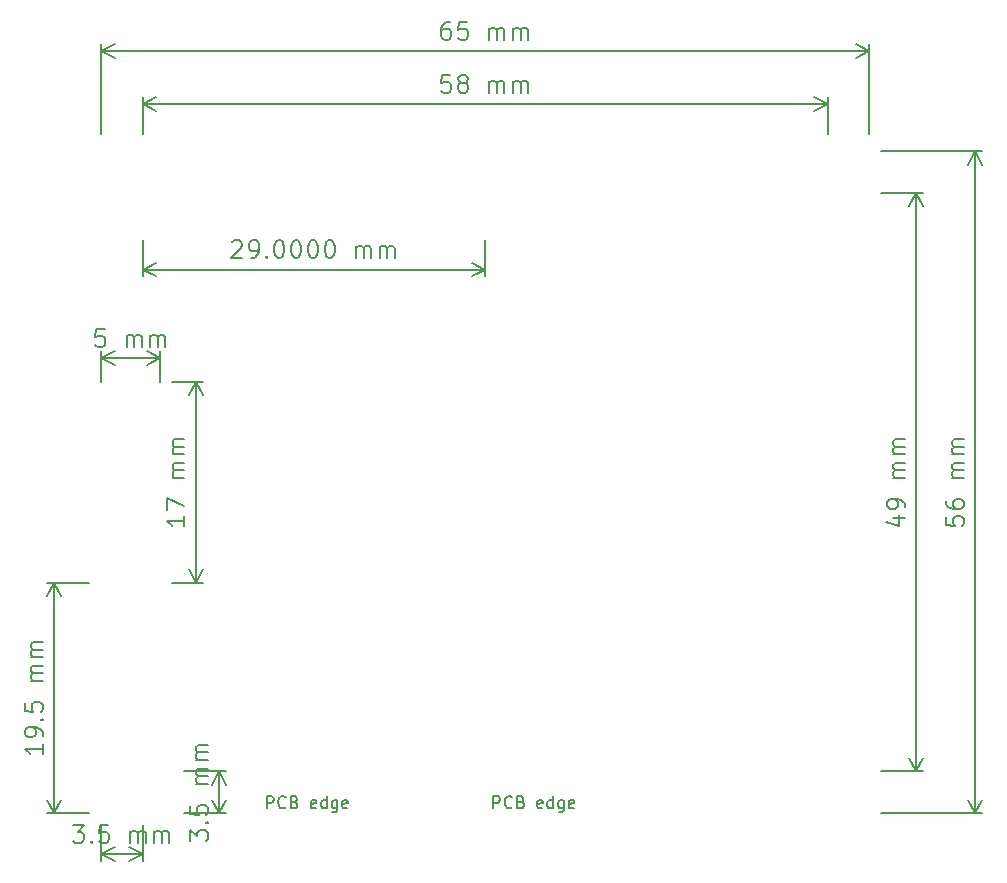
<source format=gbr>
%TF.GenerationSoftware,KiCad,Pcbnew,7.0.9-7.0.9~ubuntu23.04.1*%
%TF.CreationDate,2024-01-07T22:48:29+00:00*%
%TF.ProjectId,pedalboard-soundcard,70656461-6c62-46f6-9172-642d736f756e,0.0.1*%
%TF.SameCoordinates,Original*%
%TF.FileFunction,OtherDrawing,Comment*%
%FSLAX46Y46*%
G04 Gerber Fmt 4.6, Leading zero omitted, Abs format (unit mm)*
G04 Created by KiCad (PCBNEW 7.0.9-7.0.9~ubuntu23.04.1) date 2024-01-07 22:48:29*
%MOMM*%
%LPD*%
G01*
G04 APERTURE LIST*
%ADD10C,0.150000*%
G04 APERTURE END LIST*
D10*
X43536128Y-102678570D02*
X43536128Y-103535713D01*
X43536128Y-103107142D02*
X42036128Y-103107142D01*
X42036128Y-103107142D02*
X42250414Y-103249999D01*
X42250414Y-103249999D02*
X42393271Y-103392856D01*
X42393271Y-103392856D02*
X42464700Y-103535713D01*
X43536128Y-101964285D02*
X43536128Y-101678571D01*
X43536128Y-101678571D02*
X43464700Y-101535714D01*
X43464700Y-101535714D02*
X43393271Y-101464285D01*
X43393271Y-101464285D02*
X43178985Y-101321428D01*
X43178985Y-101321428D02*
X42893271Y-101249999D01*
X42893271Y-101249999D02*
X42321842Y-101249999D01*
X42321842Y-101249999D02*
X42178985Y-101321428D01*
X42178985Y-101321428D02*
X42107557Y-101392857D01*
X42107557Y-101392857D02*
X42036128Y-101535714D01*
X42036128Y-101535714D02*
X42036128Y-101821428D01*
X42036128Y-101821428D02*
X42107557Y-101964285D01*
X42107557Y-101964285D02*
X42178985Y-102035714D01*
X42178985Y-102035714D02*
X42321842Y-102107142D01*
X42321842Y-102107142D02*
X42678985Y-102107142D01*
X42678985Y-102107142D02*
X42821842Y-102035714D01*
X42821842Y-102035714D02*
X42893271Y-101964285D01*
X42893271Y-101964285D02*
X42964700Y-101821428D01*
X42964700Y-101821428D02*
X42964700Y-101535714D01*
X42964700Y-101535714D02*
X42893271Y-101392857D01*
X42893271Y-101392857D02*
X42821842Y-101321428D01*
X42821842Y-101321428D02*
X42678985Y-101249999D01*
X43393271Y-100607143D02*
X43464700Y-100535714D01*
X43464700Y-100535714D02*
X43536128Y-100607143D01*
X43536128Y-100607143D02*
X43464700Y-100678571D01*
X43464700Y-100678571D02*
X43393271Y-100607143D01*
X43393271Y-100607143D02*
X43536128Y-100607143D01*
X42036128Y-99178571D02*
X42036128Y-99892857D01*
X42036128Y-99892857D02*
X42750414Y-99964285D01*
X42750414Y-99964285D02*
X42678985Y-99892857D01*
X42678985Y-99892857D02*
X42607557Y-99750000D01*
X42607557Y-99750000D02*
X42607557Y-99392857D01*
X42607557Y-99392857D02*
X42678985Y-99250000D01*
X42678985Y-99250000D02*
X42750414Y-99178571D01*
X42750414Y-99178571D02*
X42893271Y-99107142D01*
X42893271Y-99107142D02*
X43250414Y-99107142D01*
X43250414Y-99107142D02*
X43393271Y-99178571D01*
X43393271Y-99178571D02*
X43464700Y-99250000D01*
X43464700Y-99250000D02*
X43536128Y-99392857D01*
X43536128Y-99392857D02*
X43536128Y-99750000D01*
X43536128Y-99750000D02*
X43464700Y-99892857D01*
X43464700Y-99892857D02*
X43393271Y-99964285D01*
X43536128Y-97321429D02*
X42536128Y-97321429D01*
X42678985Y-97321429D02*
X42607557Y-97250000D01*
X42607557Y-97250000D02*
X42536128Y-97107143D01*
X42536128Y-97107143D02*
X42536128Y-96892857D01*
X42536128Y-96892857D02*
X42607557Y-96750000D01*
X42607557Y-96750000D02*
X42750414Y-96678572D01*
X42750414Y-96678572D02*
X43536128Y-96678572D01*
X42750414Y-96678572D02*
X42607557Y-96607143D01*
X42607557Y-96607143D02*
X42536128Y-96464286D01*
X42536128Y-96464286D02*
X42536128Y-96250000D01*
X42536128Y-96250000D02*
X42607557Y-96107143D01*
X42607557Y-96107143D02*
X42750414Y-96035714D01*
X42750414Y-96035714D02*
X43536128Y-96035714D01*
X43536128Y-95321429D02*
X42536128Y-95321429D01*
X42678985Y-95321429D02*
X42607557Y-95250000D01*
X42607557Y-95250000D02*
X42536128Y-95107143D01*
X42536128Y-95107143D02*
X42536128Y-94892857D01*
X42536128Y-94892857D02*
X42607557Y-94750000D01*
X42607557Y-94750000D02*
X42750414Y-94678572D01*
X42750414Y-94678572D02*
X43536128Y-94678572D01*
X42750414Y-94678572D02*
X42607557Y-94607143D01*
X42607557Y-94607143D02*
X42536128Y-94464286D01*
X42536128Y-94464286D02*
X42536128Y-94250000D01*
X42536128Y-94250000D02*
X42607557Y-94107143D01*
X42607557Y-94107143D02*
X42750414Y-94035714D01*
X42750414Y-94035714D02*
X43536128Y-94035714D01*
X47500000Y-108500000D02*
X43913580Y-108500000D01*
X47500000Y-89000000D02*
X43913580Y-89000000D01*
X44500000Y-108500000D02*
X44500000Y-89000000D01*
X44500000Y-108500000D02*
X44500000Y-89000000D01*
X44500000Y-108500000D02*
X43913579Y-107373496D01*
X44500000Y-108500000D02*
X45086421Y-107373496D01*
X44500000Y-89000000D02*
X45086421Y-90126504D01*
X44500000Y-89000000D02*
X43913579Y-90126504D01*
X56036128Y-110892856D02*
X56036128Y-109964284D01*
X56036128Y-109964284D02*
X56607557Y-110464284D01*
X56607557Y-110464284D02*
X56607557Y-110249999D01*
X56607557Y-110249999D02*
X56678985Y-110107142D01*
X56678985Y-110107142D02*
X56750414Y-110035713D01*
X56750414Y-110035713D02*
X56893271Y-109964284D01*
X56893271Y-109964284D02*
X57250414Y-109964284D01*
X57250414Y-109964284D02*
X57393271Y-110035713D01*
X57393271Y-110035713D02*
X57464700Y-110107142D01*
X57464700Y-110107142D02*
X57536128Y-110249999D01*
X57536128Y-110249999D02*
X57536128Y-110678570D01*
X57536128Y-110678570D02*
X57464700Y-110821427D01*
X57464700Y-110821427D02*
X57393271Y-110892856D01*
X57393271Y-109321428D02*
X57464700Y-109249999D01*
X57464700Y-109249999D02*
X57536128Y-109321428D01*
X57536128Y-109321428D02*
X57464700Y-109392856D01*
X57464700Y-109392856D02*
X57393271Y-109321428D01*
X57393271Y-109321428D02*
X57536128Y-109321428D01*
X56036128Y-107892856D02*
X56036128Y-108607142D01*
X56036128Y-108607142D02*
X56750414Y-108678570D01*
X56750414Y-108678570D02*
X56678985Y-108607142D01*
X56678985Y-108607142D02*
X56607557Y-108464285D01*
X56607557Y-108464285D02*
X56607557Y-108107142D01*
X56607557Y-108107142D02*
X56678985Y-107964285D01*
X56678985Y-107964285D02*
X56750414Y-107892856D01*
X56750414Y-107892856D02*
X56893271Y-107821427D01*
X56893271Y-107821427D02*
X57250414Y-107821427D01*
X57250414Y-107821427D02*
X57393271Y-107892856D01*
X57393271Y-107892856D02*
X57464700Y-107964285D01*
X57464700Y-107964285D02*
X57536128Y-108107142D01*
X57536128Y-108107142D02*
X57536128Y-108464285D01*
X57536128Y-108464285D02*
X57464700Y-108607142D01*
X57464700Y-108607142D02*
X57393271Y-108678570D01*
X57536128Y-106035714D02*
X56536128Y-106035714D01*
X56678985Y-106035714D02*
X56607557Y-105964285D01*
X56607557Y-105964285D02*
X56536128Y-105821428D01*
X56536128Y-105821428D02*
X56536128Y-105607142D01*
X56536128Y-105607142D02*
X56607557Y-105464285D01*
X56607557Y-105464285D02*
X56750414Y-105392857D01*
X56750414Y-105392857D02*
X57536128Y-105392857D01*
X56750414Y-105392857D02*
X56607557Y-105321428D01*
X56607557Y-105321428D02*
X56536128Y-105178571D01*
X56536128Y-105178571D02*
X56536128Y-104964285D01*
X56536128Y-104964285D02*
X56607557Y-104821428D01*
X56607557Y-104821428D02*
X56750414Y-104749999D01*
X56750414Y-104749999D02*
X57536128Y-104749999D01*
X57536128Y-104035714D02*
X56536128Y-104035714D01*
X56678985Y-104035714D02*
X56607557Y-103964285D01*
X56607557Y-103964285D02*
X56536128Y-103821428D01*
X56536128Y-103821428D02*
X56536128Y-103607142D01*
X56536128Y-103607142D02*
X56607557Y-103464285D01*
X56607557Y-103464285D02*
X56750414Y-103392857D01*
X56750414Y-103392857D02*
X57536128Y-103392857D01*
X56750414Y-103392857D02*
X56607557Y-103321428D01*
X56607557Y-103321428D02*
X56536128Y-103178571D01*
X56536128Y-103178571D02*
X56536128Y-102964285D01*
X56536128Y-102964285D02*
X56607557Y-102821428D01*
X56607557Y-102821428D02*
X56750414Y-102749999D01*
X56750414Y-102749999D02*
X57536128Y-102749999D01*
X55500000Y-108500000D02*
X59086420Y-108500000D01*
X55500000Y-105000000D02*
X59086420Y-105000000D01*
X58500000Y-108500000D02*
X58500000Y-105000000D01*
X58500000Y-108500000D02*
X58500000Y-105000000D01*
X58500000Y-108500000D02*
X57913579Y-107373496D01*
X58500000Y-108500000D02*
X59086421Y-107373496D01*
X58500000Y-105000000D02*
X59086421Y-106126504D01*
X58500000Y-105000000D02*
X57913579Y-106126504D01*
X48785714Y-67536128D02*
X48071428Y-67536128D01*
X48071428Y-67536128D02*
X48000000Y-68250414D01*
X48000000Y-68250414D02*
X48071428Y-68178985D01*
X48071428Y-68178985D02*
X48214286Y-68107557D01*
X48214286Y-68107557D02*
X48571428Y-68107557D01*
X48571428Y-68107557D02*
X48714286Y-68178985D01*
X48714286Y-68178985D02*
X48785714Y-68250414D01*
X48785714Y-68250414D02*
X48857143Y-68393271D01*
X48857143Y-68393271D02*
X48857143Y-68750414D01*
X48857143Y-68750414D02*
X48785714Y-68893271D01*
X48785714Y-68893271D02*
X48714286Y-68964700D01*
X48714286Y-68964700D02*
X48571428Y-69036128D01*
X48571428Y-69036128D02*
X48214286Y-69036128D01*
X48214286Y-69036128D02*
X48071428Y-68964700D01*
X48071428Y-68964700D02*
X48000000Y-68893271D01*
X50642856Y-69036128D02*
X50642856Y-68036128D01*
X50642856Y-68178985D02*
X50714285Y-68107557D01*
X50714285Y-68107557D02*
X50857142Y-68036128D01*
X50857142Y-68036128D02*
X51071428Y-68036128D01*
X51071428Y-68036128D02*
X51214285Y-68107557D01*
X51214285Y-68107557D02*
X51285714Y-68250414D01*
X51285714Y-68250414D02*
X51285714Y-69036128D01*
X51285714Y-68250414D02*
X51357142Y-68107557D01*
X51357142Y-68107557D02*
X51499999Y-68036128D01*
X51499999Y-68036128D02*
X51714285Y-68036128D01*
X51714285Y-68036128D02*
X51857142Y-68107557D01*
X51857142Y-68107557D02*
X51928571Y-68250414D01*
X51928571Y-68250414D02*
X51928571Y-69036128D01*
X52642856Y-69036128D02*
X52642856Y-68036128D01*
X52642856Y-68178985D02*
X52714285Y-68107557D01*
X52714285Y-68107557D02*
X52857142Y-68036128D01*
X52857142Y-68036128D02*
X53071428Y-68036128D01*
X53071428Y-68036128D02*
X53214285Y-68107557D01*
X53214285Y-68107557D02*
X53285714Y-68250414D01*
X53285714Y-68250414D02*
X53285714Y-69036128D01*
X53285714Y-68250414D02*
X53357142Y-68107557D01*
X53357142Y-68107557D02*
X53499999Y-68036128D01*
X53499999Y-68036128D02*
X53714285Y-68036128D01*
X53714285Y-68036128D02*
X53857142Y-68107557D01*
X53857142Y-68107557D02*
X53928571Y-68250414D01*
X53928571Y-68250414D02*
X53928571Y-69036128D01*
X53500000Y-72000000D02*
X53500000Y-69413580D01*
X48500000Y-72000000D02*
X48500000Y-69413580D01*
X53500000Y-70000000D02*
X48500000Y-70000000D01*
X53500000Y-70000000D02*
X48500000Y-70000000D01*
X53500000Y-70000000D02*
X52373496Y-70586421D01*
X53500000Y-70000000D02*
X52373496Y-69413579D01*
X48500000Y-70000000D02*
X49626504Y-69413579D01*
X48500000Y-70000000D02*
X49626504Y-70586421D01*
X78000001Y-41536128D02*
X77714286Y-41536128D01*
X77714286Y-41536128D02*
X77571429Y-41607557D01*
X77571429Y-41607557D02*
X77500001Y-41678985D01*
X77500001Y-41678985D02*
X77357143Y-41893271D01*
X77357143Y-41893271D02*
X77285715Y-42178985D01*
X77285715Y-42178985D02*
X77285715Y-42750414D01*
X77285715Y-42750414D02*
X77357143Y-42893271D01*
X77357143Y-42893271D02*
X77428572Y-42964700D01*
X77428572Y-42964700D02*
X77571429Y-43036128D01*
X77571429Y-43036128D02*
X77857143Y-43036128D01*
X77857143Y-43036128D02*
X78000001Y-42964700D01*
X78000001Y-42964700D02*
X78071429Y-42893271D01*
X78071429Y-42893271D02*
X78142858Y-42750414D01*
X78142858Y-42750414D02*
X78142858Y-42393271D01*
X78142858Y-42393271D02*
X78071429Y-42250414D01*
X78071429Y-42250414D02*
X78000001Y-42178985D01*
X78000001Y-42178985D02*
X77857143Y-42107557D01*
X77857143Y-42107557D02*
X77571429Y-42107557D01*
X77571429Y-42107557D02*
X77428572Y-42178985D01*
X77428572Y-42178985D02*
X77357143Y-42250414D01*
X77357143Y-42250414D02*
X77285715Y-42393271D01*
X79500000Y-41536128D02*
X78785714Y-41536128D01*
X78785714Y-41536128D02*
X78714286Y-42250414D01*
X78714286Y-42250414D02*
X78785714Y-42178985D01*
X78785714Y-42178985D02*
X78928572Y-42107557D01*
X78928572Y-42107557D02*
X79285714Y-42107557D01*
X79285714Y-42107557D02*
X79428572Y-42178985D01*
X79428572Y-42178985D02*
X79500000Y-42250414D01*
X79500000Y-42250414D02*
X79571429Y-42393271D01*
X79571429Y-42393271D02*
X79571429Y-42750414D01*
X79571429Y-42750414D02*
X79500000Y-42893271D01*
X79500000Y-42893271D02*
X79428572Y-42964700D01*
X79428572Y-42964700D02*
X79285714Y-43036128D01*
X79285714Y-43036128D02*
X78928572Y-43036128D01*
X78928572Y-43036128D02*
X78785714Y-42964700D01*
X78785714Y-42964700D02*
X78714286Y-42893271D01*
X81357142Y-43036128D02*
X81357142Y-42036128D01*
X81357142Y-42178985D02*
X81428571Y-42107557D01*
X81428571Y-42107557D02*
X81571428Y-42036128D01*
X81571428Y-42036128D02*
X81785714Y-42036128D01*
X81785714Y-42036128D02*
X81928571Y-42107557D01*
X81928571Y-42107557D02*
X82000000Y-42250414D01*
X82000000Y-42250414D02*
X82000000Y-43036128D01*
X82000000Y-42250414D02*
X82071428Y-42107557D01*
X82071428Y-42107557D02*
X82214285Y-42036128D01*
X82214285Y-42036128D02*
X82428571Y-42036128D01*
X82428571Y-42036128D02*
X82571428Y-42107557D01*
X82571428Y-42107557D02*
X82642857Y-42250414D01*
X82642857Y-42250414D02*
X82642857Y-43036128D01*
X83357142Y-43036128D02*
X83357142Y-42036128D01*
X83357142Y-42178985D02*
X83428571Y-42107557D01*
X83428571Y-42107557D02*
X83571428Y-42036128D01*
X83571428Y-42036128D02*
X83785714Y-42036128D01*
X83785714Y-42036128D02*
X83928571Y-42107557D01*
X83928571Y-42107557D02*
X84000000Y-42250414D01*
X84000000Y-42250414D02*
X84000000Y-43036128D01*
X84000000Y-42250414D02*
X84071428Y-42107557D01*
X84071428Y-42107557D02*
X84214285Y-42036128D01*
X84214285Y-42036128D02*
X84428571Y-42036128D01*
X84428571Y-42036128D02*
X84571428Y-42107557D01*
X84571428Y-42107557D02*
X84642857Y-42250414D01*
X84642857Y-42250414D02*
X84642857Y-43036128D01*
X113500000Y-51000000D02*
X113500000Y-43413580D01*
X48500000Y-51000000D02*
X48500000Y-43413580D01*
X113500000Y-44000000D02*
X48500000Y-44000000D01*
X113500000Y-44000000D02*
X48500000Y-44000000D01*
X113500000Y-44000000D02*
X112373496Y-44586421D01*
X113500000Y-44000000D02*
X112373496Y-43413579D01*
X48500000Y-44000000D02*
X49626504Y-43413579D01*
X48500000Y-44000000D02*
X49626504Y-44586421D01*
X59571430Y-60178984D02*
X59642858Y-60107556D01*
X59642858Y-60107556D02*
X59785716Y-60036127D01*
X59785716Y-60036127D02*
X60142858Y-60036127D01*
X60142858Y-60036127D02*
X60285716Y-60107556D01*
X60285716Y-60107556D02*
X60357144Y-60178984D01*
X60357144Y-60178984D02*
X60428573Y-60321841D01*
X60428573Y-60321841D02*
X60428573Y-60464699D01*
X60428573Y-60464699D02*
X60357144Y-60678984D01*
X60357144Y-60678984D02*
X59500001Y-61536127D01*
X59500001Y-61536127D02*
X60428573Y-61536127D01*
X61142858Y-61536127D02*
X61428572Y-61536127D01*
X61428572Y-61536127D02*
X61571429Y-61464699D01*
X61571429Y-61464699D02*
X61642858Y-61393270D01*
X61642858Y-61393270D02*
X61785715Y-61178984D01*
X61785715Y-61178984D02*
X61857144Y-60893270D01*
X61857144Y-60893270D02*
X61857144Y-60321841D01*
X61857144Y-60321841D02*
X61785715Y-60178984D01*
X61785715Y-60178984D02*
X61714287Y-60107556D01*
X61714287Y-60107556D02*
X61571429Y-60036127D01*
X61571429Y-60036127D02*
X61285715Y-60036127D01*
X61285715Y-60036127D02*
X61142858Y-60107556D01*
X61142858Y-60107556D02*
X61071429Y-60178984D01*
X61071429Y-60178984D02*
X61000001Y-60321841D01*
X61000001Y-60321841D02*
X61000001Y-60678984D01*
X61000001Y-60678984D02*
X61071429Y-60821841D01*
X61071429Y-60821841D02*
X61142858Y-60893270D01*
X61142858Y-60893270D02*
X61285715Y-60964699D01*
X61285715Y-60964699D02*
X61571429Y-60964699D01*
X61571429Y-60964699D02*
X61714287Y-60893270D01*
X61714287Y-60893270D02*
X61785715Y-60821841D01*
X61785715Y-60821841D02*
X61857144Y-60678984D01*
X62500000Y-61393270D02*
X62571429Y-61464699D01*
X62571429Y-61464699D02*
X62500000Y-61536127D01*
X62500000Y-61536127D02*
X62428572Y-61464699D01*
X62428572Y-61464699D02*
X62500000Y-61393270D01*
X62500000Y-61393270D02*
X62500000Y-61536127D01*
X63500001Y-60036127D02*
X63642858Y-60036127D01*
X63642858Y-60036127D02*
X63785715Y-60107556D01*
X63785715Y-60107556D02*
X63857144Y-60178984D01*
X63857144Y-60178984D02*
X63928572Y-60321841D01*
X63928572Y-60321841D02*
X64000001Y-60607556D01*
X64000001Y-60607556D02*
X64000001Y-60964699D01*
X64000001Y-60964699D02*
X63928572Y-61250413D01*
X63928572Y-61250413D02*
X63857144Y-61393270D01*
X63857144Y-61393270D02*
X63785715Y-61464699D01*
X63785715Y-61464699D02*
X63642858Y-61536127D01*
X63642858Y-61536127D02*
X63500001Y-61536127D01*
X63500001Y-61536127D02*
X63357144Y-61464699D01*
X63357144Y-61464699D02*
X63285715Y-61393270D01*
X63285715Y-61393270D02*
X63214286Y-61250413D01*
X63214286Y-61250413D02*
X63142858Y-60964699D01*
X63142858Y-60964699D02*
X63142858Y-60607556D01*
X63142858Y-60607556D02*
X63214286Y-60321841D01*
X63214286Y-60321841D02*
X63285715Y-60178984D01*
X63285715Y-60178984D02*
X63357144Y-60107556D01*
X63357144Y-60107556D02*
X63500001Y-60036127D01*
X64928572Y-60036127D02*
X65071429Y-60036127D01*
X65071429Y-60036127D02*
X65214286Y-60107556D01*
X65214286Y-60107556D02*
X65285715Y-60178984D01*
X65285715Y-60178984D02*
X65357143Y-60321841D01*
X65357143Y-60321841D02*
X65428572Y-60607556D01*
X65428572Y-60607556D02*
X65428572Y-60964699D01*
X65428572Y-60964699D02*
X65357143Y-61250413D01*
X65357143Y-61250413D02*
X65285715Y-61393270D01*
X65285715Y-61393270D02*
X65214286Y-61464699D01*
X65214286Y-61464699D02*
X65071429Y-61536127D01*
X65071429Y-61536127D02*
X64928572Y-61536127D01*
X64928572Y-61536127D02*
X64785715Y-61464699D01*
X64785715Y-61464699D02*
X64714286Y-61393270D01*
X64714286Y-61393270D02*
X64642857Y-61250413D01*
X64642857Y-61250413D02*
X64571429Y-60964699D01*
X64571429Y-60964699D02*
X64571429Y-60607556D01*
X64571429Y-60607556D02*
X64642857Y-60321841D01*
X64642857Y-60321841D02*
X64714286Y-60178984D01*
X64714286Y-60178984D02*
X64785715Y-60107556D01*
X64785715Y-60107556D02*
X64928572Y-60036127D01*
X66357143Y-60036127D02*
X66500000Y-60036127D01*
X66500000Y-60036127D02*
X66642857Y-60107556D01*
X66642857Y-60107556D02*
X66714286Y-60178984D01*
X66714286Y-60178984D02*
X66785714Y-60321841D01*
X66785714Y-60321841D02*
X66857143Y-60607556D01*
X66857143Y-60607556D02*
X66857143Y-60964699D01*
X66857143Y-60964699D02*
X66785714Y-61250413D01*
X66785714Y-61250413D02*
X66714286Y-61393270D01*
X66714286Y-61393270D02*
X66642857Y-61464699D01*
X66642857Y-61464699D02*
X66500000Y-61536127D01*
X66500000Y-61536127D02*
X66357143Y-61536127D01*
X66357143Y-61536127D02*
X66214286Y-61464699D01*
X66214286Y-61464699D02*
X66142857Y-61393270D01*
X66142857Y-61393270D02*
X66071428Y-61250413D01*
X66071428Y-61250413D02*
X66000000Y-60964699D01*
X66000000Y-60964699D02*
X66000000Y-60607556D01*
X66000000Y-60607556D02*
X66071428Y-60321841D01*
X66071428Y-60321841D02*
X66142857Y-60178984D01*
X66142857Y-60178984D02*
X66214286Y-60107556D01*
X66214286Y-60107556D02*
X66357143Y-60036127D01*
X67785714Y-60036127D02*
X67928571Y-60036127D01*
X67928571Y-60036127D02*
X68071428Y-60107556D01*
X68071428Y-60107556D02*
X68142857Y-60178984D01*
X68142857Y-60178984D02*
X68214285Y-60321841D01*
X68214285Y-60321841D02*
X68285714Y-60607556D01*
X68285714Y-60607556D02*
X68285714Y-60964699D01*
X68285714Y-60964699D02*
X68214285Y-61250413D01*
X68214285Y-61250413D02*
X68142857Y-61393270D01*
X68142857Y-61393270D02*
X68071428Y-61464699D01*
X68071428Y-61464699D02*
X67928571Y-61536127D01*
X67928571Y-61536127D02*
X67785714Y-61536127D01*
X67785714Y-61536127D02*
X67642857Y-61464699D01*
X67642857Y-61464699D02*
X67571428Y-61393270D01*
X67571428Y-61393270D02*
X67499999Y-61250413D01*
X67499999Y-61250413D02*
X67428571Y-60964699D01*
X67428571Y-60964699D02*
X67428571Y-60607556D01*
X67428571Y-60607556D02*
X67499999Y-60321841D01*
X67499999Y-60321841D02*
X67571428Y-60178984D01*
X67571428Y-60178984D02*
X67642857Y-60107556D01*
X67642857Y-60107556D02*
X67785714Y-60036127D01*
X70071427Y-61536127D02*
X70071427Y-60536127D01*
X70071427Y-60678984D02*
X70142856Y-60607556D01*
X70142856Y-60607556D02*
X70285713Y-60536127D01*
X70285713Y-60536127D02*
X70499999Y-60536127D01*
X70499999Y-60536127D02*
X70642856Y-60607556D01*
X70642856Y-60607556D02*
X70714285Y-60750413D01*
X70714285Y-60750413D02*
X70714285Y-61536127D01*
X70714285Y-60750413D02*
X70785713Y-60607556D01*
X70785713Y-60607556D02*
X70928570Y-60536127D01*
X70928570Y-60536127D02*
X71142856Y-60536127D01*
X71142856Y-60536127D02*
X71285713Y-60607556D01*
X71285713Y-60607556D02*
X71357142Y-60750413D01*
X71357142Y-60750413D02*
X71357142Y-61536127D01*
X72071427Y-61536127D02*
X72071427Y-60536127D01*
X72071427Y-60678984D02*
X72142856Y-60607556D01*
X72142856Y-60607556D02*
X72285713Y-60536127D01*
X72285713Y-60536127D02*
X72499999Y-60536127D01*
X72499999Y-60536127D02*
X72642856Y-60607556D01*
X72642856Y-60607556D02*
X72714285Y-60750413D01*
X72714285Y-60750413D02*
X72714285Y-61536127D01*
X72714285Y-60750413D02*
X72785713Y-60607556D01*
X72785713Y-60607556D02*
X72928570Y-60536127D01*
X72928570Y-60536127D02*
X73142856Y-60536127D01*
X73142856Y-60536127D02*
X73285713Y-60607556D01*
X73285713Y-60607556D02*
X73357142Y-60750413D01*
X73357142Y-60750413D02*
X73357142Y-61536127D01*
X81000000Y-60000000D02*
X81000000Y-63086419D01*
X52000000Y-60000000D02*
X52000000Y-63086419D01*
X81000000Y-62499999D02*
X52000000Y-62499999D01*
X81000000Y-62499999D02*
X52000000Y-62499999D01*
X81000000Y-62499999D02*
X79873496Y-63086420D01*
X81000000Y-62499999D02*
X79873496Y-61913578D01*
X52000000Y-62499999D02*
X53126504Y-61913578D01*
X52000000Y-62499999D02*
X53126504Y-63086420D01*
X78071429Y-46036128D02*
X77357143Y-46036128D01*
X77357143Y-46036128D02*
X77285715Y-46750414D01*
X77285715Y-46750414D02*
X77357143Y-46678985D01*
X77357143Y-46678985D02*
X77500001Y-46607557D01*
X77500001Y-46607557D02*
X77857143Y-46607557D01*
X77857143Y-46607557D02*
X78000001Y-46678985D01*
X78000001Y-46678985D02*
X78071429Y-46750414D01*
X78071429Y-46750414D02*
X78142858Y-46893271D01*
X78142858Y-46893271D02*
X78142858Y-47250414D01*
X78142858Y-47250414D02*
X78071429Y-47393271D01*
X78071429Y-47393271D02*
X78000001Y-47464700D01*
X78000001Y-47464700D02*
X77857143Y-47536128D01*
X77857143Y-47536128D02*
X77500001Y-47536128D01*
X77500001Y-47536128D02*
X77357143Y-47464700D01*
X77357143Y-47464700D02*
X77285715Y-47393271D01*
X79000000Y-46678985D02*
X78857143Y-46607557D01*
X78857143Y-46607557D02*
X78785714Y-46536128D01*
X78785714Y-46536128D02*
X78714286Y-46393271D01*
X78714286Y-46393271D02*
X78714286Y-46321842D01*
X78714286Y-46321842D02*
X78785714Y-46178985D01*
X78785714Y-46178985D02*
X78857143Y-46107557D01*
X78857143Y-46107557D02*
X79000000Y-46036128D01*
X79000000Y-46036128D02*
X79285714Y-46036128D01*
X79285714Y-46036128D02*
X79428572Y-46107557D01*
X79428572Y-46107557D02*
X79500000Y-46178985D01*
X79500000Y-46178985D02*
X79571429Y-46321842D01*
X79571429Y-46321842D02*
X79571429Y-46393271D01*
X79571429Y-46393271D02*
X79500000Y-46536128D01*
X79500000Y-46536128D02*
X79428572Y-46607557D01*
X79428572Y-46607557D02*
X79285714Y-46678985D01*
X79285714Y-46678985D02*
X79000000Y-46678985D01*
X79000000Y-46678985D02*
X78857143Y-46750414D01*
X78857143Y-46750414D02*
X78785714Y-46821842D01*
X78785714Y-46821842D02*
X78714286Y-46964700D01*
X78714286Y-46964700D02*
X78714286Y-47250414D01*
X78714286Y-47250414D02*
X78785714Y-47393271D01*
X78785714Y-47393271D02*
X78857143Y-47464700D01*
X78857143Y-47464700D02*
X79000000Y-47536128D01*
X79000000Y-47536128D02*
X79285714Y-47536128D01*
X79285714Y-47536128D02*
X79428572Y-47464700D01*
X79428572Y-47464700D02*
X79500000Y-47393271D01*
X79500000Y-47393271D02*
X79571429Y-47250414D01*
X79571429Y-47250414D02*
X79571429Y-46964700D01*
X79571429Y-46964700D02*
X79500000Y-46821842D01*
X79500000Y-46821842D02*
X79428572Y-46750414D01*
X79428572Y-46750414D02*
X79285714Y-46678985D01*
X81357142Y-47536128D02*
X81357142Y-46536128D01*
X81357142Y-46678985D02*
X81428571Y-46607557D01*
X81428571Y-46607557D02*
X81571428Y-46536128D01*
X81571428Y-46536128D02*
X81785714Y-46536128D01*
X81785714Y-46536128D02*
X81928571Y-46607557D01*
X81928571Y-46607557D02*
X82000000Y-46750414D01*
X82000000Y-46750414D02*
X82000000Y-47536128D01*
X82000000Y-46750414D02*
X82071428Y-46607557D01*
X82071428Y-46607557D02*
X82214285Y-46536128D01*
X82214285Y-46536128D02*
X82428571Y-46536128D01*
X82428571Y-46536128D02*
X82571428Y-46607557D01*
X82571428Y-46607557D02*
X82642857Y-46750414D01*
X82642857Y-46750414D02*
X82642857Y-47536128D01*
X83357142Y-47536128D02*
X83357142Y-46536128D01*
X83357142Y-46678985D02*
X83428571Y-46607557D01*
X83428571Y-46607557D02*
X83571428Y-46536128D01*
X83571428Y-46536128D02*
X83785714Y-46536128D01*
X83785714Y-46536128D02*
X83928571Y-46607557D01*
X83928571Y-46607557D02*
X84000000Y-46750414D01*
X84000000Y-46750414D02*
X84000000Y-47536128D01*
X84000000Y-46750414D02*
X84071428Y-46607557D01*
X84071428Y-46607557D02*
X84214285Y-46536128D01*
X84214285Y-46536128D02*
X84428571Y-46536128D01*
X84428571Y-46536128D02*
X84571428Y-46607557D01*
X84571428Y-46607557D02*
X84642857Y-46750414D01*
X84642857Y-46750414D02*
X84642857Y-47536128D01*
X110000000Y-51000000D02*
X110000000Y-47913580D01*
X52000000Y-51000000D02*
X52000000Y-47913580D01*
X110000000Y-48500000D02*
X52000000Y-48500000D01*
X110000000Y-48500000D02*
X52000000Y-48500000D01*
X110000000Y-48500000D02*
X108873496Y-49086421D01*
X110000000Y-48500000D02*
X108873496Y-47913579D01*
X52000000Y-48500000D02*
X53126504Y-47913579D01*
X52000000Y-48500000D02*
X53126504Y-49086421D01*
X55536128Y-83357141D02*
X55536128Y-84214284D01*
X55536128Y-83785713D02*
X54036128Y-83785713D01*
X54036128Y-83785713D02*
X54250414Y-83928570D01*
X54250414Y-83928570D02*
X54393271Y-84071427D01*
X54393271Y-84071427D02*
X54464700Y-84214284D01*
X54036128Y-82857142D02*
X54036128Y-81857142D01*
X54036128Y-81857142D02*
X55536128Y-82499999D01*
X55536128Y-80142857D02*
X54536128Y-80142857D01*
X54678985Y-80142857D02*
X54607557Y-80071428D01*
X54607557Y-80071428D02*
X54536128Y-79928571D01*
X54536128Y-79928571D02*
X54536128Y-79714285D01*
X54536128Y-79714285D02*
X54607557Y-79571428D01*
X54607557Y-79571428D02*
X54750414Y-79500000D01*
X54750414Y-79500000D02*
X55536128Y-79500000D01*
X54750414Y-79500000D02*
X54607557Y-79428571D01*
X54607557Y-79428571D02*
X54536128Y-79285714D01*
X54536128Y-79285714D02*
X54536128Y-79071428D01*
X54536128Y-79071428D02*
X54607557Y-78928571D01*
X54607557Y-78928571D02*
X54750414Y-78857142D01*
X54750414Y-78857142D02*
X55536128Y-78857142D01*
X55536128Y-78142857D02*
X54536128Y-78142857D01*
X54678985Y-78142857D02*
X54607557Y-78071428D01*
X54607557Y-78071428D02*
X54536128Y-77928571D01*
X54536128Y-77928571D02*
X54536128Y-77714285D01*
X54536128Y-77714285D02*
X54607557Y-77571428D01*
X54607557Y-77571428D02*
X54750414Y-77500000D01*
X54750414Y-77500000D02*
X55536128Y-77500000D01*
X54750414Y-77500000D02*
X54607557Y-77428571D01*
X54607557Y-77428571D02*
X54536128Y-77285714D01*
X54536128Y-77285714D02*
X54536128Y-77071428D01*
X54536128Y-77071428D02*
X54607557Y-76928571D01*
X54607557Y-76928571D02*
X54750414Y-76857142D01*
X54750414Y-76857142D02*
X55536128Y-76857142D01*
X54500000Y-89000000D02*
X57086420Y-89000000D01*
X54500000Y-72000000D02*
X57086420Y-72000000D01*
X56500000Y-89000000D02*
X56500000Y-72000000D01*
X56500000Y-89000000D02*
X56500000Y-72000000D01*
X56500000Y-89000000D02*
X55913579Y-87873496D01*
X56500000Y-89000000D02*
X57086421Y-87873496D01*
X56500000Y-72000000D02*
X57086421Y-73126504D01*
X56500000Y-72000000D02*
X55913579Y-73126504D01*
X120036128Y-83428570D02*
X120036128Y-84142856D01*
X120036128Y-84142856D02*
X120750414Y-84214284D01*
X120750414Y-84214284D02*
X120678985Y-84142856D01*
X120678985Y-84142856D02*
X120607557Y-83999999D01*
X120607557Y-83999999D02*
X120607557Y-83642856D01*
X120607557Y-83642856D02*
X120678985Y-83499999D01*
X120678985Y-83499999D02*
X120750414Y-83428570D01*
X120750414Y-83428570D02*
X120893271Y-83357141D01*
X120893271Y-83357141D02*
X121250414Y-83357141D01*
X121250414Y-83357141D02*
X121393271Y-83428570D01*
X121393271Y-83428570D02*
X121464700Y-83499999D01*
X121464700Y-83499999D02*
X121536128Y-83642856D01*
X121536128Y-83642856D02*
X121536128Y-83999999D01*
X121536128Y-83999999D02*
X121464700Y-84142856D01*
X121464700Y-84142856D02*
X121393271Y-84214284D01*
X120036128Y-82071428D02*
X120036128Y-82357142D01*
X120036128Y-82357142D02*
X120107557Y-82499999D01*
X120107557Y-82499999D02*
X120178985Y-82571428D01*
X120178985Y-82571428D02*
X120393271Y-82714285D01*
X120393271Y-82714285D02*
X120678985Y-82785713D01*
X120678985Y-82785713D02*
X121250414Y-82785713D01*
X121250414Y-82785713D02*
X121393271Y-82714285D01*
X121393271Y-82714285D02*
X121464700Y-82642856D01*
X121464700Y-82642856D02*
X121536128Y-82499999D01*
X121536128Y-82499999D02*
X121536128Y-82214285D01*
X121536128Y-82214285D02*
X121464700Y-82071428D01*
X121464700Y-82071428D02*
X121393271Y-81999999D01*
X121393271Y-81999999D02*
X121250414Y-81928570D01*
X121250414Y-81928570D02*
X120893271Y-81928570D01*
X120893271Y-81928570D02*
X120750414Y-81999999D01*
X120750414Y-81999999D02*
X120678985Y-82071428D01*
X120678985Y-82071428D02*
X120607557Y-82214285D01*
X120607557Y-82214285D02*
X120607557Y-82499999D01*
X120607557Y-82499999D02*
X120678985Y-82642856D01*
X120678985Y-82642856D02*
X120750414Y-82714285D01*
X120750414Y-82714285D02*
X120893271Y-82785713D01*
X121536128Y-80142857D02*
X120536128Y-80142857D01*
X120678985Y-80142857D02*
X120607557Y-80071428D01*
X120607557Y-80071428D02*
X120536128Y-79928571D01*
X120536128Y-79928571D02*
X120536128Y-79714285D01*
X120536128Y-79714285D02*
X120607557Y-79571428D01*
X120607557Y-79571428D02*
X120750414Y-79500000D01*
X120750414Y-79500000D02*
X121536128Y-79500000D01*
X120750414Y-79500000D02*
X120607557Y-79428571D01*
X120607557Y-79428571D02*
X120536128Y-79285714D01*
X120536128Y-79285714D02*
X120536128Y-79071428D01*
X120536128Y-79071428D02*
X120607557Y-78928571D01*
X120607557Y-78928571D02*
X120750414Y-78857142D01*
X120750414Y-78857142D02*
X121536128Y-78857142D01*
X121536128Y-78142857D02*
X120536128Y-78142857D01*
X120678985Y-78142857D02*
X120607557Y-78071428D01*
X120607557Y-78071428D02*
X120536128Y-77928571D01*
X120536128Y-77928571D02*
X120536128Y-77714285D01*
X120536128Y-77714285D02*
X120607557Y-77571428D01*
X120607557Y-77571428D02*
X120750414Y-77500000D01*
X120750414Y-77500000D02*
X121536128Y-77500000D01*
X120750414Y-77500000D02*
X120607557Y-77428571D01*
X120607557Y-77428571D02*
X120536128Y-77285714D01*
X120536128Y-77285714D02*
X120536128Y-77071428D01*
X120536128Y-77071428D02*
X120607557Y-76928571D01*
X120607557Y-76928571D02*
X120750414Y-76857142D01*
X120750414Y-76857142D02*
X121536128Y-76857142D01*
X114500000Y-108500000D02*
X123086420Y-108500000D01*
X114500000Y-52500000D02*
X123086420Y-52500000D01*
X122500000Y-108500000D02*
X122500000Y-52500000D01*
X122500000Y-108500000D02*
X122500000Y-52500000D01*
X122500000Y-108500000D02*
X121913579Y-107373496D01*
X122500000Y-108500000D02*
X123086421Y-107373496D01*
X122500000Y-52500000D02*
X123086421Y-53626504D01*
X122500000Y-52500000D02*
X121913579Y-53626504D01*
X115536127Y-83499999D02*
X116536127Y-83499999D01*
X114964699Y-83857141D02*
X116036127Y-84214284D01*
X116036127Y-84214284D02*
X116036127Y-83285713D01*
X116536127Y-82642856D02*
X116536127Y-82357142D01*
X116536127Y-82357142D02*
X116464699Y-82214285D01*
X116464699Y-82214285D02*
X116393270Y-82142856D01*
X116393270Y-82142856D02*
X116178984Y-81999999D01*
X116178984Y-81999999D02*
X115893270Y-81928570D01*
X115893270Y-81928570D02*
X115321841Y-81928570D01*
X115321841Y-81928570D02*
X115178984Y-81999999D01*
X115178984Y-81999999D02*
X115107556Y-82071428D01*
X115107556Y-82071428D02*
X115036127Y-82214285D01*
X115036127Y-82214285D02*
X115036127Y-82499999D01*
X115036127Y-82499999D02*
X115107556Y-82642856D01*
X115107556Y-82642856D02*
X115178984Y-82714285D01*
X115178984Y-82714285D02*
X115321841Y-82785713D01*
X115321841Y-82785713D02*
X115678984Y-82785713D01*
X115678984Y-82785713D02*
X115821841Y-82714285D01*
X115821841Y-82714285D02*
X115893270Y-82642856D01*
X115893270Y-82642856D02*
X115964699Y-82499999D01*
X115964699Y-82499999D02*
X115964699Y-82214285D01*
X115964699Y-82214285D02*
X115893270Y-82071428D01*
X115893270Y-82071428D02*
X115821841Y-81999999D01*
X115821841Y-81999999D02*
X115678984Y-81928570D01*
X116536127Y-80142857D02*
X115536127Y-80142857D01*
X115678984Y-80142857D02*
X115607556Y-80071428D01*
X115607556Y-80071428D02*
X115536127Y-79928571D01*
X115536127Y-79928571D02*
X115536127Y-79714285D01*
X115536127Y-79714285D02*
X115607556Y-79571428D01*
X115607556Y-79571428D02*
X115750413Y-79500000D01*
X115750413Y-79500000D02*
X116536127Y-79500000D01*
X115750413Y-79500000D02*
X115607556Y-79428571D01*
X115607556Y-79428571D02*
X115536127Y-79285714D01*
X115536127Y-79285714D02*
X115536127Y-79071428D01*
X115536127Y-79071428D02*
X115607556Y-78928571D01*
X115607556Y-78928571D02*
X115750413Y-78857142D01*
X115750413Y-78857142D02*
X116536127Y-78857142D01*
X116536127Y-78142857D02*
X115536127Y-78142857D01*
X115678984Y-78142857D02*
X115607556Y-78071428D01*
X115607556Y-78071428D02*
X115536127Y-77928571D01*
X115536127Y-77928571D02*
X115536127Y-77714285D01*
X115536127Y-77714285D02*
X115607556Y-77571428D01*
X115607556Y-77571428D02*
X115750413Y-77500000D01*
X115750413Y-77500000D02*
X116536127Y-77500000D01*
X115750413Y-77500000D02*
X115607556Y-77428571D01*
X115607556Y-77428571D02*
X115536127Y-77285714D01*
X115536127Y-77285714D02*
X115536127Y-77071428D01*
X115536127Y-77071428D02*
X115607556Y-76928571D01*
X115607556Y-76928571D02*
X115750413Y-76857142D01*
X115750413Y-76857142D02*
X116536127Y-76857142D01*
X114500000Y-105000000D02*
X118086419Y-105000000D01*
X114500000Y-56000000D02*
X118086419Y-56000000D01*
X117499999Y-105000000D02*
X117499999Y-56000000D01*
X117499999Y-105000000D02*
X117499999Y-56000000D01*
X117499999Y-105000000D02*
X116913578Y-103873496D01*
X117499999Y-105000000D02*
X118086420Y-103873496D01*
X117499999Y-56000000D02*
X118086420Y-57126504D01*
X117499999Y-56000000D02*
X116913578Y-57126504D01*
X46107143Y-109536128D02*
X47035715Y-109536128D01*
X47035715Y-109536128D02*
X46535715Y-110107557D01*
X46535715Y-110107557D02*
X46750000Y-110107557D01*
X46750000Y-110107557D02*
X46892858Y-110178985D01*
X46892858Y-110178985D02*
X46964286Y-110250414D01*
X46964286Y-110250414D02*
X47035715Y-110393271D01*
X47035715Y-110393271D02*
X47035715Y-110750414D01*
X47035715Y-110750414D02*
X46964286Y-110893271D01*
X46964286Y-110893271D02*
X46892858Y-110964700D01*
X46892858Y-110964700D02*
X46750000Y-111036128D01*
X46750000Y-111036128D02*
X46321429Y-111036128D01*
X46321429Y-111036128D02*
X46178572Y-110964700D01*
X46178572Y-110964700D02*
X46107143Y-110893271D01*
X47678571Y-110893271D02*
X47750000Y-110964700D01*
X47750000Y-110964700D02*
X47678571Y-111036128D01*
X47678571Y-111036128D02*
X47607143Y-110964700D01*
X47607143Y-110964700D02*
X47678571Y-110893271D01*
X47678571Y-110893271D02*
X47678571Y-111036128D01*
X49107143Y-109536128D02*
X48392857Y-109536128D01*
X48392857Y-109536128D02*
X48321429Y-110250414D01*
X48321429Y-110250414D02*
X48392857Y-110178985D01*
X48392857Y-110178985D02*
X48535715Y-110107557D01*
X48535715Y-110107557D02*
X48892857Y-110107557D01*
X48892857Y-110107557D02*
X49035715Y-110178985D01*
X49035715Y-110178985D02*
X49107143Y-110250414D01*
X49107143Y-110250414D02*
X49178572Y-110393271D01*
X49178572Y-110393271D02*
X49178572Y-110750414D01*
X49178572Y-110750414D02*
X49107143Y-110893271D01*
X49107143Y-110893271D02*
X49035715Y-110964700D01*
X49035715Y-110964700D02*
X48892857Y-111036128D01*
X48892857Y-111036128D02*
X48535715Y-111036128D01*
X48535715Y-111036128D02*
X48392857Y-110964700D01*
X48392857Y-110964700D02*
X48321429Y-110893271D01*
X50964285Y-111036128D02*
X50964285Y-110036128D01*
X50964285Y-110178985D02*
X51035714Y-110107557D01*
X51035714Y-110107557D02*
X51178571Y-110036128D01*
X51178571Y-110036128D02*
X51392857Y-110036128D01*
X51392857Y-110036128D02*
X51535714Y-110107557D01*
X51535714Y-110107557D02*
X51607143Y-110250414D01*
X51607143Y-110250414D02*
X51607143Y-111036128D01*
X51607143Y-110250414D02*
X51678571Y-110107557D01*
X51678571Y-110107557D02*
X51821428Y-110036128D01*
X51821428Y-110036128D02*
X52035714Y-110036128D01*
X52035714Y-110036128D02*
X52178571Y-110107557D01*
X52178571Y-110107557D02*
X52250000Y-110250414D01*
X52250000Y-110250414D02*
X52250000Y-111036128D01*
X52964285Y-111036128D02*
X52964285Y-110036128D01*
X52964285Y-110178985D02*
X53035714Y-110107557D01*
X53035714Y-110107557D02*
X53178571Y-110036128D01*
X53178571Y-110036128D02*
X53392857Y-110036128D01*
X53392857Y-110036128D02*
X53535714Y-110107557D01*
X53535714Y-110107557D02*
X53607143Y-110250414D01*
X53607143Y-110250414D02*
X53607143Y-111036128D01*
X53607143Y-110250414D02*
X53678571Y-110107557D01*
X53678571Y-110107557D02*
X53821428Y-110036128D01*
X53821428Y-110036128D02*
X54035714Y-110036128D01*
X54035714Y-110036128D02*
X54178571Y-110107557D01*
X54178571Y-110107557D02*
X54250000Y-110250414D01*
X54250000Y-110250414D02*
X54250000Y-111036128D01*
X52000000Y-109500000D02*
X52000000Y-112586420D01*
X48500000Y-109500000D02*
X48500000Y-112586420D01*
X52000000Y-112000000D02*
X48500000Y-112000000D01*
X52000000Y-112000000D02*
X48500000Y-112000000D01*
X52000000Y-112000000D02*
X50873496Y-112586421D01*
X52000000Y-112000000D02*
X50873496Y-111413579D01*
X48500000Y-112000000D02*
X49626504Y-111413579D01*
X48500000Y-112000000D02*
X49626504Y-112586421D01*
X62535238Y-108104819D02*
X62535238Y-107104819D01*
X62535238Y-107104819D02*
X62916190Y-107104819D01*
X62916190Y-107104819D02*
X63011428Y-107152438D01*
X63011428Y-107152438D02*
X63059047Y-107200057D01*
X63059047Y-107200057D02*
X63106666Y-107295295D01*
X63106666Y-107295295D02*
X63106666Y-107438152D01*
X63106666Y-107438152D02*
X63059047Y-107533390D01*
X63059047Y-107533390D02*
X63011428Y-107581009D01*
X63011428Y-107581009D02*
X62916190Y-107628628D01*
X62916190Y-107628628D02*
X62535238Y-107628628D01*
X64106666Y-108009580D02*
X64059047Y-108057200D01*
X64059047Y-108057200D02*
X63916190Y-108104819D01*
X63916190Y-108104819D02*
X63820952Y-108104819D01*
X63820952Y-108104819D02*
X63678095Y-108057200D01*
X63678095Y-108057200D02*
X63582857Y-107961961D01*
X63582857Y-107961961D02*
X63535238Y-107866723D01*
X63535238Y-107866723D02*
X63487619Y-107676247D01*
X63487619Y-107676247D02*
X63487619Y-107533390D01*
X63487619Y-107533390D02*
X63535238Y-107342914D01*
X63535238Y-107342914D02*
X63582857Y-107247676D01*
X63582857Y-107247676D02*
X63678095Y-107152438D01*
X63678095Y-107152438D02*
X63820952Y-107104819D01*
X63820952Y-107104819D02*
X63916190Y-107104819D01*
X63916190Y-107104819D02*
X64059047Y-107152438D01*
X64059047Y-107152438D02*
X64106666Y-107200057D01*
X64868571Y-107581009D02*
X65011428Y-107628628D01*
X65011428Y-107628628D02*
X65059047Y-107676247D01*
X65059047Y-107676247D02*
X65106666Y-107771485D01*
X65106666Y-107771485D02*
X65106666Y-107914342D01*
X65106666Y-107914342D02*
X65059047Y-108009580D01*
X65059047Y-108009580D02*
X65011428Y-108057200D01*
X65011428Y-108057200D02*
X64916190Y-108104819D01*
X64916190Y-108104819D02*
X64535238Y-108104819D01*
X64535238Y-108104819D02*
X64535238Y-107104819D01*
X64535238Y-107104819D02*
X64868571Y-107104819D01*
X64868571Y-107104819D02*
X64963809Y-107152438D01*
X64963809Y-107152438D02*
X65011428Y-107200057D01*
X65011428Y-107200057D02*
X65059047Y-107295295D01*
X65059047Y-107295295D02*
X65059047Y-107390533D01*
X65059047Y-107390533D02*
X65011428Y-107485771D01*
X65011428Y-107485771D02*
X64963809Y-107533390D01*
X64963809Y-107533390D02*
X64868571Y-107581009D01*
X64868571Y-107581009D02*
X64535238Y-107581009D01*
X66678095Y-108057200D02*
X66582857Y-108104819D01*
X66582857Y-108104819D02*
X66392381Y-108104819D01*
X66392381Y-108104819D02*
X66297143Y-108057200D01*
X66297143Y-108057200D02*
X66249524Y-107961961D01*
X66249524Y-107961961D02*
X66249524Y-107581009D01*
X66249524Y-107581009D02*
X66297143Y-107485771D01*
X66297143Y-107485771D02*
X66392381Y-107438152D01*
X66392381Y-107438152D02*
X66582857Y-107438152D01*
X66582857Y-107438152D02*
X66678095Y-107485771D01*
X66678095Y-107485771D02*
X66725714Y-107581009D01*
X66725714Y-107581009D02*
X66725714Y-107676247D01*
X66725714Y-107676247D02*
X66249524Y-107771485D01*
X67582857Y-108104819D02*
X67582857Y-107104819D01*
X67582857Y-108057200D02*
X67487619Y-108104819D01*
X67487619Y-108104819D02*
X67297143Y-108104819D01*
X67297143Y-108104819D02*
X67201905Y-108057200D01*
X67201905Y-108057200D02*
X67154286Y-108009580D01*
X67154286Y-108009580D02*
X67106667Y-107914342D01*
X67106667Y-107914342D02*
X67106667Y-107628628D01*
X67106667Y-107628628D02*
X67154286Y-107533390D01*
X67154286Y-107533390D02*
X67201905Y-107485771D01*
X67201905Y-107485771D02*
X67297143Y-107438152D01*
X67297143Y-107438152D02*
X67487619Y-107438152D01*
X67487619Y-107438152D02*
X67582857Y-107485771D01*
X68487619Y-107438152D02*
X68487619Y-108247676D01*
X68487619Y-108247676D02*
X68440000Y-108342914D01*
X68440000Y-108342914D02*
X68392381Y-108390533D01*
X68392381Y-108390533D02*
X68297143Y-108438152D01*
X68297143Y-108438152D02*
X68154286Y-108438152D01*
X68154286Y-108438152D02*
X68059048Y-108390533D01*
X68487619Y-108057200D02*
X68392381Y-108104819D01*
X68392381Y-108104819D02*
X68201905Y-108104819D01*
X68201905Y-108104819D02*
X68106667Y-108057200D01*
X68106667Y-108057200D02*
X68059048Y-108009580D01*
X68059048Y-108009580D02*
X68011429Y-107914342D01*
X68011429Y-107914342D02*
X68011429Y-107628628D01*
X68011429Y-107628628D02*
X68059048Y-107533390D01*
X68059048Y-107533390D02*
X68106667Y-107485771D01*
X68106667Y-107485771D02*
X68201905Y-107438152D01*
X68201905Y-107438152D02*
X68392381Y-107438152D01*
X68392381Y-107438152D02*
X68487619Y-107485771D01*
X69344762Y-108057200D02*
X69249524Y-108104819D01*
X69249524Y-108104819D02*
X69059048Y-108104819D01*
X69059048Y-108104819D02*
X68963810Y-108057200D01*
X68963810Y-108057200D02*
X68916191Y-107961961D01*
X68916191Y-107961961D02*
X68916191Y-107581009D01*
X68916191Y-107581009D02*
X68963810Y-107485771D01*
X68963810Y-107485771D02*
X69059048Y-107438152D01*
X69059048Y-107438152D02*
X69249524Y-107438152D01*
X69249524Y-107438152D02*
X69344762Y-107485771D01*
X69344762Y-107485771D02*
X69392381Y-107581009D01*
X69392381Y-107581009D02*
X69392381Y-107676247D01*
X69392381Y-107676247D02*
X68916191Y-107771485D01*
X81695238Y-108104819D02*
X81695238Y-107104819D01*
X81695238Y-107104819D02*
X82076190Y-107104819D01*
X82076190Y-107104819D02*
X82171428Y-107152438D01*
X82171428Y-107152438D02*
X82219047Y-107200057D01*
X82219047Y-107200057D02*
X82266666Y-107295295D01*
X82266666Y-107295295D02*
X82266666Y-107438152D01*
X82266666Y-107438152D02*
X82219047Y-107533390D01*
X82219047Y-107533390D02*
X82171428Y-107581009D01*
X82171428Y-107581009D02*
X82076190Y-107628628D01*
X82076190Y-107628628D02*
X81695238Y-107628628D01*
X83266666Y-108009580D02*
X83219047Y-108057200D01*
X83219047Y-108057200D02*
X83076190Y-108104819D01*
X83076190Y-108104819D02*
X82980952Y-108104819D01*
X82980952Y-108104819D02*
X82838095Y-108057200D01*
X82838095Y-108057200D02*
X82742857Y-107961961D01*
X82742857Y-107961961D02*
X82695238Y-107866723D01*
X82695238Y-107866723D02*
X82647619Y-107676247D01*
X82647619Y-107676247D02*
X82647619Y-107533390D01*
X82647619Y-107533390D02*
X82695238Y-107342914D01*
X82695238Y-107342914D02*
X82742857Y-107247676D01*
X82742857Y-107247676D02*
X82838095Y-107152438D01*
X82838095Y-107152438D02*
X82980952Y-107104819D01*
X82980952Y-107104819D02*
X83076190Y-107104819D01*
X83076190Y-107104819D02*
X83219047Y-107152438D01*
X83219047Y-107152438D02*
X83266666Y-107200057D01*
X84028571Y-107581009D02*
X84171428Y-107628628D01*
X84171428Y-107628628D02*
X84219047Y-107676247D01*
X84219047Y-107676247D02*
X84266666Y-107771485D01*
X84266666Y-107771485D02*
X84266666Y-107914342D01*
X84266666Y-107914342D02*
X84219047Y-108009580D01*
X84219047Y-108009580D02*
X84171428Y-108057200D01*
X84171428Y-108057200D02*
X84076190Y-108104819D01*
X84076190Y-108104819D02*
X83695238Y-108104819D01*
X83695238Y-108104819D02*
X83695238Y-107104819D01*
X83695238Y-107104819D02*
X84028571Y-107104819D01*
X84028571Y-107104819D02*
X84123809Y-107152438D01*
X84123809Y-107152438D02*
X84171428Y-107200057D01*
X84171428Y-107200057D02*
X84219047Y-107295295D01*
X84219047Y-107295295D02*
X84219047Y-107390533D01*
X84219047Y-107390533D02*
X84171428Y-107485771D01*
X84171428Y-107485771D02*
X84123809Y-107533390D01*
X84123809Y-107533390D02*
X84028571Y-107581009D01*
X84028571Y-107581009D02*
X83695238Y-107581009D01*
X85838095Y-108057200D02*
X85742857Y-108104819D01*
X85742857Y-108104819D02*
X85552381Y-108104819D01*
X85552381Y-108104819D02*
X85457143Y-108057200D01*
X85457143Y-108057200D02*
X85409524Y-107961961D01*
X85409524Y-107961961D02*
X85409524Y-107581009D01*
X85409524Y-107581009D02*
X85457143Y-107485771D01*
X85457143Y-107485771D02*
X85552381Y-107438152D01*
X85552381Y-107438152D02*
X85742857Y-107438152D01*
X85742857Y-107438152D02*
X85838095Y-107485771D01*
X85838095Y-107485771D02*
X85885714Y-107581009D01*
X85885714Y-107581009D02*
X85885714Y-107676247D01*
X85885714Y-107676247D02*
X85409524Y-107771485D01*
X86742857Y-108104819D02*
X86742857Y-107104819D01*
X86742857Y-108057200D02*
X86647619Y-108104819D01*
X86647619Y-108104819D02*
X86457143Y-108104819D01*
X86457143Y-108104819D02*
X86361905Y-108057200D01*
X86361905Y-108057200D02*
X86314286Y-108009580D01*
X86314286Y-108009580D02*
X86266667Y-107914342D01*
X86266667Y-107914342D02*
X86266667Y-107628628D01*
X86266667Y-107628628D02*
X86314286Y-107533390D01*
X86314286Y-107533390D02*
X86361905Y-107485771D01*
X86361905Y-107485771D02*
X86457143Y-107438152D01*
X86457143Y-107438152D02*
X86647619Y-107438152D01*
X86647619Y-107438152D02*
X86742857Y-107485771D01*
X87647619Y-107438152D02*
X87647619Y-108247676D01*
X87647619Y-108247676D02*
X87600000Y-108342914D01*
X87600000Y-108342914D02*
X87552381Y-108390533D01*
X87552381Y-108390533D02*
X87457143Y-108438152D01*
X87457143Y-108438152D02*
X87314286Y-108438152D01*
X87314286Y-108438152D02*
X87219048Y-108390533D01*
X87647619Y-108057200D02*
X87552381Y-108104819D01*
X87552381Y-108104819D02*
X87361905Y-108104819D01*
X87361905Y-108104819D02*
X87266667Y-108057200D01*
X87266667Y-108057200D02*
X87219048Y-108009580D01*
X87219048Y-108009580D02*
X87171429Y-107914342D01*
X87171429Y-107914342D02*
X87171429Y-107628628D01*
X87171429Y-107628628D02*
X87219048Y-107533390D01*
X87219048Y-107533390D02*
X87266667Y-107485771D01*
X87266667Y-107485771D02*
X87361905Y-107438152D01*
X87361905Y-107438152D02*
X87552381Y-107438152D01*
X87552381Y-107438152D02*
X87647619Y-107485771D01*
X88504762Y-108057200D02*
X88409524Y-108104819D01*
X88409524Y-108104819D02*
X88219048Y-108104819D01*
X88219048Y-108104819D02*
X88123810Y-108057200D01*
X88123810Y-108057200D02*
X88076191Y-107961961D01*
X88076191Y-107961961D02*
X88076191Y-107581009D01*
X88076191Y-107581009D02*
X88123810Y-107485771D01*
X88123810Y-107485771D02*
X88219048Y-107438152D01*
X88219048Y-107438152D02*
X88409524Y-107438152D01*
X88409524Y-107438152D02*
X88504762Y-107485771D01*
X88504762Y-107485771D02*
X88552381Y-107581009D01*
X88552381Y-107581009D02*
X88552381Y-107676247D01*
X88552381Y-107676247D02*
X88076191Y-107771485D01*
M02*

</source>
